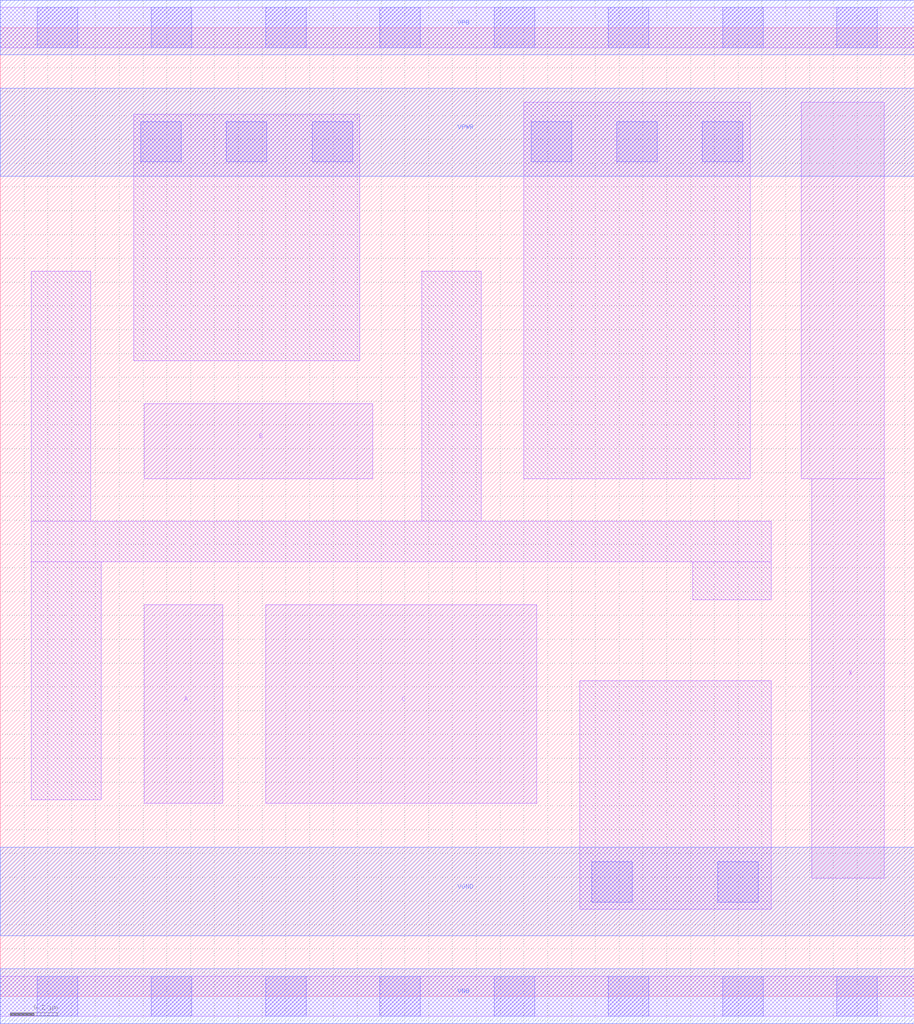
<source format=lef>
# Copyright 2020 The SkyWater PDK Authors
#
# Licensed under the Apache License, Version 2.0 (the "License");
# you may not use this file except in compliance with the License.
# You may obtain a copy of the License at
#
#     https://www.apache.org/licenses/LICENSE-2.0
#
# Unless required by applicable law or agreed to in writing, software
# distributed under the License is distributed on an "AS IS" BASIS,
# WITHOUT WARRANTIES OR CONDITIONS OF ANY KIND, either express or implied.
# See the License for the specific language governing permissions and
# limitations under the License.
#
# SPDX-License-Identifier: Apache-2.0

VERSION 5.7 ;
  NAMESCASESENSITIVE ON ;
  NOWIREEXTENSIONATPIN ON ;
  DIVIDERCHAR "/" ;
  BUSBITCHARS "[]" ;
UNITS
  DATABASE MICRONS 200 ;
END UNITS
MACRO sky130_fd_sc_hvl__and3_1
  CLASS CORE ;
  SOURCE USER ;
  FOREIGN sky130_fd_sc_hvl__and3_1 ;
  ORIGIN  0.000000  0.000000 ;
  SIZE  3.840000 BY  4.070000 ;
  SYMMETRY X Y ;
  SITE unithv ;
  PIN A
    ANTENNAGATEAREA  0.420000 ;
    DIRECTION INPUT ;
    USE SIGNAL ;
    PORT
      LAYER li1 ;
        RECT 0.605000 0.810000 0.935000 1.645000 ;
    END
  END A
  PIN B
    ANTENNAGATEAREA  0.420000 ;
    DIRECTION INPUT ;
    USE SIGNAL ;
    PORT
      LAYER li1 ;
        RECT 0.605000 2.175000 1.565000 2.490000 ;
    END
  END B
  PIN C
    ANTENNAGATEAREA  0.420000 ;
    DIRECTION INPUT ;
    USE SIGNAL ;
    PORT
      LAYER li1 ;
        RECT 1.115000 0.810000 2.255000 1.645000 ;
    END
  END C
  PIN X
    ANTENNADIFFAREA  0.626250 ;
    DIRECTION OUTPUT ;
    USE SIGNAL ;
    PORT
      LAYER li1 ;
        RECT 3.365000 2.175000 3.715000 3.755000 ;
        RECT 3.410000 0.495000 3.715000 2.175000 ;
    END
  END X
  PIN VGND
    DIRECTION INOUT ;
    USE GROUND ;
    PORT
      LAYER met1 ;
        RECT 0.000000 0.255000 3.840000 0.625000 ;
    END
  END VGND
  PIN VNB
    DIRECTION INOUT ;
    USE GROUND ;
    PORT
      LAYER met1 ;
        RECT 0.000000 -0.115000 3.840000 0.115000 ;
    END
  END VNB
  PIN VPB
    DIRECTION INOUT ;
    USE POWER ;
    PORT
      LAYER met1 ;
        RECT 0.000000 3.955000 3.840000 4.185000 ;
    END
  END VPB
  PIN VPWR
    DIRECTION INOUT ;
    USE POWER ;
    PORT
      LAYER met1 ;
        RECT 0.000000 3.445000 3.840000 3.815000 ;
    END
  END VPWR
  OBS
    LAYER li1 ;
      RECT 0.000000 -0.085000 3.840000 0.085000 ;
      RECT 0.000000  3.985000 3.840000 4.155000 ;
      RECT 0.130000  0.825000 0.425000 1.825000 ;
      RECT 0.130000  1.825000 3.240000 1.995000 ;
      RECT 0.130000  1.995000 0.380000 3.045000 ;
      RECT 0.560000  2.670000 1.510000 3.705000 ;
      RECT 1.770000  1.995000 2.020000 3.045000 ;
      RECT 2.200000  2.175000 3.150000 3.755000 ;
      RECT 2.435000  0.365000 3.240000 1.325000 ;
      RECT 2.910000  1.665000 3.240000 1.825000 ;
    LAYER mcon ;
      RECT 0.155000 -0.085000 0.325000 0.085000 ;
      RECT 0.155000  3.985000 0.325000 4.155000 ;
      RECT 0.590000  3.505000 0.760000 3.675000 ;
      RECT 0.635000 -0.085000 0.805000 0.085000 ;
      RECT 0.635000  3.985000 0.805000 4.155000 ;
      RECT 0.950000  3.505000 1.120000 3.675000 ;
      RECT 1.115000 -0.085000 1.285000 0.085000 ;
      RECT 1.115000  3.985000 1.285000 4.155000 ;
      RECT 1.310000  3.505000 1.480000 3.675000 ;
      RECT 1.595000 -0.085000 1.765000 0.085000 ;
      RECT 1.595000  3.985000 1.765000 4.155000 ;
      RECT 2.075000 -0.085000 2.245000 0.085000 ;
      RECT 2.075000  3.985000 2.245000 4.155000 ;
      RECT 2.230000  3.505000 2.400000 3.675000 ;
      RECT 2.485000  0.395000 2.655000 0.565000 ;
      RECT 2.555000 -0.085000 2.725000 0.085000 ;
      RECT 2.555000  3.985000 2.725000 4.155000 ;
      RECT 2.590000  3.505000 2.760000 3.675000 ;
      RECT 2.950000  3.505000 3.120000 3.675000 ;
      RECT 3.015000  0.395000 3.185000 0.565000 ;
      RECT 3.035000 -0.085000 3.205000 0.085000 ;
      RECT 3.035000  3.985000 3.205000 4.155000 ;
      RECT 3.515000 -0.085000 3.685000 0.085000 ;
      RECT 3.515000  3.985000 3.685000 4.155000 ;
  END
END sky130_fd_sc_hvl__and3_1

</source>
